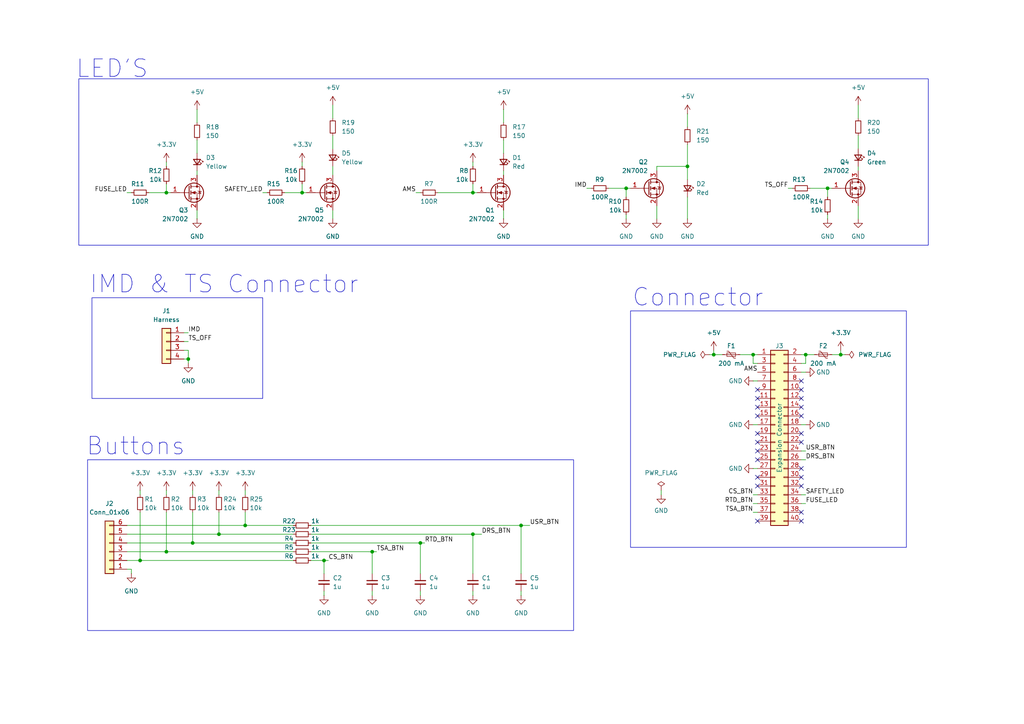
<source format=kicad_sch>
(kicad_sch (version 20231120) (generator "eeschema") (generator_version "8.0")
  (paper "A4")
  (title_block (title "Dashboard LEDs") (date "2024-11-25") (rev "${REVISION}") (company "Author: I. Kajdan & Michał Błotniak") (comment 1 "Reviewer:"))
  (lib_symbols
    (symbol "Connector_Generic:Conn_01x04" (pin_names (offset 1.016) hide)
      (property "Reference" "J" (at 0 5.08 0))
      (property "Value" "Conn_01x04" (at 0 -7.62 0))
      (symbol "Conn_01x04_1_1"
        (rectangle (start -1.27 -4.953) (end 0 -5.207) (stroke (width 0.1524)))
        (rectangle (start -1.27 -2.413) (end 0 -2.667) (stroke (width 0.1524)))
        (rectangle (start -1.27 0.127) (end 0 -0.127) (stroke (width 0.1524)))
        (rectangle (start -1.27 2.667) (end 0 2.413) (stroke (width 0.1524)))
        (rectangle (start -1.27 3.81) (end 1.27 -6.35) (stroke (width 0.254)) (fill (type background)))
        (pin passive line (at -5.08 2.54 0) (length 3.81) (name "Pin_1") (number "1"))
        (pin passive line (at -5.08 0 0) (length 3.81) (name "Pin_2") (number "2"))
        (pin passive line (at -5.08 -2.54 0) (length 3.81) (name "Pin_3") (number "3"))
        (pin passive line (at -5.08 -5.08 0) (length 3.81) (name "Pin_4") (number "4"))
      )
    )
    (symbol "Connector_Generic:Conn_01x06" (pin_names (offset 1.016) hide)
      (property "Reference" "J" (at 0 7.62 0))
      (property "Value" "Conn_01x06" (at 0 -10.16 0))
      (symbol "Conn_01x06_1_1"
        (rectangle (start -1.27 -7.493) (end 0 -7.747) (stroke (width 0.1524)))
        (rectangle (start -1.27 -4.953) (end 0 -5.207) (stroke (width 0.1524)))
        (rectangle (start -1.27 -2.413) (end 0 -2.667) (stroke (width 0.1524)))
        (rectangle (start -1.27 0.127) (end 0 -0.127) (stroke (width 0.1524)))
        (rectangle (start -1.27 2.667) (end 0 2.413) (stroke (width 0.1524)))
        (rectangle (start -1.27 5.207) (end 0 4.953) (stroke (width 0.1524)))
        (rectangle (start -1.27 6.35) (end 1.27 -8.89) (stroke (width 0.254)) (fill (type background)))
        (pin passive line (at -5.08 5.08 0) (length 3.81) (name "Pin_1") (number "1"))
        (pin passive line (at -5.08 2.54 0) (length 3.81) (name "Pin_2") (number "2"))
        (pin passive line (at -5.08 0 0) (length 3.81) (name "Pin_3") (number "3"))
        (pin passive line (at -5.08 -2.54 0) (length 3.81) (name "Pin_4") (number "4"))
        (pin passive line (at -5.08 -5.08 0) (length 3.81) (name "Pin_5") (number "5"))
        (pin passive line (at -5.08 -7.62 0) (length 3.81) (name "Pin_6") (number "6"))
      )
    )
    (symbol "Connector_Generic:Conn_02x20_Odd_Even" (pin_names (offset 1.016) hide)
      (property "Reference" "J" (at 1.27 25.4 0))
      (property "Value" "Conn_02x20_Odd_Even" (at 1.27 -27.94 0))
      (symbol "Conn_02x20_Odd_Even_1_1"
        (rectangle (start -1.27 -25.273) (end 0 -25.527) (stroke (width 0.1524)))
        (rectangle (start -1.27 -22.733) (end 0 -22.987) (stroke (width 0.1524)))
        (rectangle (start -1.27 -20.193) (end 0 -20.447) (stroke (width 0.1524)))
        (rectangle (start -1.27 -17.653) (end 0 -17.907) (stroke (width 0.1524)))
        (rectangle (start -1.27 -15.113) (end 0 -15.367) (stroke (width 0.1524)))
        (rectangle (start -1.27 -12.573) (end 0 -12.827) (stroke (width 0.1524)))
        (rectangle (start -1.27 -10.033) (end 0 -10.287) (stroke (width 0.1524)))
        (rectangle (start -1.27 -7.493) (end 0 -7.747) (stroke (width 0.1524)))
        (rectangle (start -1.27 -4.953) (end 0 -5.207) (stroke (width 0.1524)))
        (rectangle (start -1.27 -2.413) (end 0 -2.667) (stroke (width 0.1524)))
        (rectangle (start -1.27 0.127) (end 0 -0.127) (stroke (width 0.1524)))
        (rectangle (start -1.27 2.667) (end 0 2.413) (stroke (width 0.1524)))
        (rectangle (start -1.27 5.207) (end 0 4.953) (stroke (width 0.1524)))
        (rectangle (start -1.27 7.747) (end 0 7.493) (stroke (width 0.1524)))
        (rectangle (start -1.27 10.287) (end 0 10.033) (stroke (width 0.1524)))
        (rectangle (start -1.27 12.827) (end 0 12.573) (stroke (width 0.1524)))
        (rectangle (start -1.27 15.367) (end 0 15.113) (stroke (width 0.1524)))
        (rectangle (start -1.27 17.907) (end 0 17.653) (stroke (width 0.1524)))
        (rectangle (start -1.27 20.447) (end 0 20.193) (stroke (width 0.1524)))
        (rectangle (start -1.27 22.987) (end 0 22.733) (stroke (width 0.1524)))
        (rectangle (start -1.27 24.13) (end 3.81 -26.67) (stroke (width 0.254)) (fill (type background)))
        (rectangle (start 3.81 -25.273) (end 2.54 -25.527) (stroke (width 0.1524)))
        (rectangle (start 3.81 -22.733) (end 2.54 -22.987) (stroke (width 0.1524)))
        (rectangle (start 3.81 -20.193) (end 2.54 -20.447) (stroke (width 0.1524)))
        (rectangle (start 3.81 -17.653) (end 2.54 -17.907) (stroke (width 0.1524)))
        (rectangle (start 3.81 -15.113) (end 2.54 -15.367) (stroke (width 0.1524)))
        (rectangle (start 3.81 -12.573) (end 2.54 -12.827) (stroke (width 0.1524)))
        (rectangle (start 3.81 -10.033) (end 2.54 -10.287) (stroke (width 0.1524)))
        (rectangle (start 3.81 -7.493) (end 2.54 -7.747) (stroke (width 0.1524)))
        (rectangle (start 3.81 -4.953) (end 2.54 -5.207) (stroke (width 0.1524)))
        (rectangle (start 3.81 -2.413) (end 2.54 -2.667) (stroke (width 0.1524)))
        (rectangle (start 3.81 0.127) (end 2.54 -0.127) (stroke (width 0.1524)))
        (rectangle (start 3.81 2.667) (end 2.54 2.413) (stroke (width 0.1524)))
        (rectangle (start 3.81 5.207) (end 2.54 4.953) (stroke (width 0.1524)))
        (rectangle (start 3.81 7.747) (end 2.54 7.493) (stroke (width 0.1524)))
        (rectangle (start 3.81 10.287) (end 2.54 10.033) (stroke (width 0.1524)))
        (rectangle (start 3.81 12.827) (end 2.54 12.573) (stroke (width 0.1524)))
        (rectangle (start 3.81 15.367) (end 2.54 15.113) (stroke (width 0.1524)))
        (rectangle (start 3.81 17.907) (end 2.54 17.653) (stroke (width 0.1524)))
        (rectangle (start 3.81 20.447) (end 2.54 20.193) (stroke (width 0.1524)))
        (rectangle (start 3.81 22.987) (end 2.54 22.733) (stroke (width 0.1524)))
        (pin passive line (at -5.08 22.86 0) (length 3.81) (name "Pin_1") (number "1"))
        (pin passive line (at 7.62 12.7 180) (length 3.81) (name "Pin_10") (number "10"))
        (pin passive line (at -5.08 10.16 0) (length 3.81) (name "Pin_11") (number "11"))
        (pin passive line (at 7.62 10.16 180) (length 3.81) (name "Pin_12") (number "12"))
        (pin passive line (at -5.08 7.62 0) (length 3.81) (name "Pin_13") (number "13"))
        (pin passive line (at 7.62 7.62 180) (length 3.81) (name "Pin_14") (number "14"))
        (pin passive line (at -5.08 5.08 0) (length 3.81) (name "Pin_15") (number "15"))
        (pin passive line (at 7.62 5.08 180) (length 3.81) (name "Pin_16") (number "16"))
        (pin passive line (at -5.08 2.54 0) (length 3.81) (name "Pin_17") (number "17"))
        (pin passive line (at 7.62 2.54 180) (length 3.81) (name "Pin_18") (number "18"))
        (pin passive line (at -5.08 0 0) (length 3.81) (name "Pin_19") (number "19"))
        (pin passive line (at 7.62 22.86 180) (length 3.81) (name "Pin_2") (number "2"))
        (pin passive line (at 7.62 0 180) (length 3.81) (name "Pin_20") (number "20"))
        (pin passive line (at -5.08 -2.54 0) (length 3.81) (name "Pin_21") (number "21"))
        (pin passive line (at 7.62 -2.54 180) (length 3.81) (name "Pin_22") (number "22"))
        (pin passive line (at -5.08 -5.08 0) (length 3.81) (name "Pin_23") (number "23"))
        (pin passive line (at 7.62 -5.08 180) (length 3.81) (name "Pin_24") (number "24"))
        (pin passive line (at -5.08 -7.62 0) (length 3.81) (name "Pin_25") (number "25"))
        (pin passive line (at 7.62 -7.62 180) (length 3.81) (name "Pin_26") (number "26"))
        (pin passive line (at -5.08 -10.16 0) (length 3.81) (name "Pin_27") (number "27"))
        (pin passive line (at 7.62 -10.16 180) (length 3.81) (name "Pin_28") (number "28"))
        (pin passive line (at -5.08 -12.7 0) (length 3.81) (name "Pin_29") (number "29"))
        (pin passive line (at -5.08 20.32 0) (length 3.81) (name "Pin_3") (number "3"))
        (pin passive line (at 7.62 -12.7 180) (length 3.81) (name "Pin_30") (number "30"))
        (pin passive line (at -5.08 -15.24 0) (length 3.81) (name "Pin_31") (number "31"))
        (pin passive line (at 7.62 -15.24 180) (length 3.81) (name "Pin_32") (number "32"))
        (pin passive line (at -5.08 -17.78 0) (length 3.81) (name "Pin_33") (number "33"))
        (pin passive line (at 7.62 -17.78 180) (length 3.81) (name "Pin_34") (number "34"))
        (pin passive line (at -5.08 -20.32 0) (length 3.81) (name "Pin_35") (number "35"))
        (pin passive line (at 7.62 -20.32 180) (length 3.81) (name "Pin_36") (number "36"))
        (pin passive line (at -5.08 -22.86 0) (length 3.81) (name "Pin_37") (number "37"))
        (pin passive line (at 7.62 -22.86 180) (length 3.81) (name "Pin_38") (number "38"))
        (pin passive line (at -5.08 -25.4 0) (length 3.81) (name "Pin_39") (number "39"))
        (pin passive line (at 7.62 20.32 180) (length 3.81) (name "Pin_4") (number "4"))
        (pin passive line (at 7.62 -25.4 180) (length 3.81) (name "Pin_40") (number "40"))
        (pin passive line (at -5.08 17.78 0) (length 3.81) (name "Pin_5") (number "5"))
        (pin passive line (at 7.62 17.78 180) (length 3.81) (name "Pin_6") (number "6"))
        (pin passive line (at -5.08 15.24 0) (length 3.81) (name "Pin_7") (number "7"))
        (pin passive line (at 7.62 15.24 180) (length 3.81) (name "Pin_8") (number "8"))
        (pin passive line (at -5.08 12.7 0) (length 3.81) (name "Pin_9") (number "9"))
      )
    )
    (symbol "Device:C_Small" (pin_numbers hide) (pin_names (offset 0.254) hide)
      (property "Reference" "C" (at 0.254 1.778 0))
      (property "Value" "C_Small" (at 0.254 -2.032 0))
      (symbol "C_Small_0_1"
        (polyline (pts (xy -1.524 -0.508) (xy 1.524 -0.508)) (stroke (width 0.3302)))
        (polyline (pts (xy -1.524 0.508) (xy 1.524 0.508)) (stroke (width 0.3048)))
      )
      (symbol "C_Small_1_1"
        (pin passive line (at 0 2.54 270) (length 2.032) (name "~") (number "1"))
        (pin passive line (at 0 -2.54 90) (length 2.032) (name "~") (number "2"))
      )
    )
    (symbol "Device:LED_Small" (pin_numbers hide) (pin_names (offset 0.254) hide)
      (property "Reference" "D" (at -1.27 3.175 0))
      (property "Value" "LED_Small" (at -4.445 -2.54 0))
      (symbol "LED_Small_0_1"
        (polyline (pts (xy -0.762 -1.016) (xy -0.762 1.016)) (stroke (width 0.254)))
        (polyline (pts (xy 1.016 0) (xy -0.762 0)))
        (polyline (pts (xy 0.762 -1.016) (xy -0.762 0) (xy 0.762 1.016) (xy 0.762 -1.016)) (stroke (width 0.254)))
        (polyline (pts (xy 0 0.762) (xy -0.508 1.27) (xy -0.254 1.27) (xy -0.508 1.27) (xy -0.508 1.016)))
        (polyline (pts (xy 0.508 1.27) (xy 0 1.778) (xy 0.254 1.778) (xy 0 1.778) (xy 0 1.524)))
      )
      (symbol "LED_Small_1_1"
        (pin passive line (at -2.54 0 0) (length 1.778) (name "K") (number "1"))
        (pin passive line (at 2.54 0 180) (length 1.778) (name "A") (number "2"))
      )
    )
    (symbol "Device:Polyfuse_Small" (pin_numbers hide) (pin_names (offset 0))
      (property "Reference" "F" (at -1.905 0 90))
      (property "Value" "Polyfuse_Small" (at 1.905 0 90))
      (symbol "Polyfuse_Small_0_1"
        (rectangle (start -0.508 1.27) (end 0.508 -1.27))
        (polyline (pts (xy 0 2.54) (xy 0 -2.54)))
        (polyline (pts (xy -1.016 1.27) (xy -1.016 0.762) (xy 1.016 -0.762) (xy 1.016 -1.27)))
      )
      (symbol "Polyfuse_Small_1_1"
        (pin passive line (at 0 2.54 270) (length 0.635) (name "~") (number "1"))
        (pin passive line (at 0 -2.54 90) (length 0.635) (name "~") (number "2"))
      )
    )
    (symbol "Device:R_Small" (pin_numbers hide) (pin_names (offset 0.254) hide)
      (property "Reference" "R" (at 0.762 0.508 0))
      (property "Value" "R_Small" (at 0.762 -1.016 0))
      (symbol "R_Small_0_1"
        (rectangle (start -0.762 1.778) (end 0.762 -1.778) (stroke (width 0.2032)))
      )
      (symbol "R_Small_1_1"
        (pin passive line (at 0 2.54 270) (length 0.762) (name "~") (number "1"))
        (pin passive line (at 0 -2.54 90) (length 0.762) (name "~") (number "2"))
      )
    )
    (symbol "Transistor_FET:2N7002" (pin_names hide)
      (property "Reference" "Q" (at 5.08 1.905 0))
      (property "Value" "2N7002" (at 5.08 0 0))
      (symbol "2N7002_0_1"
        (polyline (pts (xy 0.254 0) (xy -2.54 0)))
        (polyline (pts (xy 0.254 1.905) (xy 0.254 -1.905)) (stroke (width 0.254)))
        (polyline (pts (xy 0.762 -1.27) (xy 0.762 -2.286)) (stroke (width 0.254)))
        (polyline (pts (xy 0.762 0.508) (xy 0.762 -0.508)) (stroke (width 0.254)))
        (polyline (pts (xy 0.762 2.286) (xy 0.762 1.27)) (stroke (width 0.254)))
        (polyline (pts (xy 2.54 2.54) (xy 2.54 1.778)))
        (polyline (pts (xy 2.54 -2.54) (xy 2.54 0) (xy 0.762 0)))
        (polyline (pts (xy 0.762 -1.778) (xy 3.302 -1.778) (xy 3.302 1.778) (xy 0.762 1.778)))
        (polyline (pts (xy 1.016 0) (xy 2.032 0.381) (xy 2.032 -0.381) (xy 1.016 0)) (fill (type outline)))
        (polyline (pts (xy 2.794 0.508) (xy 2.921 0.381) (xy 3.683 0.381) (xy 3.81 0.254)))
        (polyline (pts (xy 3.302 0.381) (xy 2.921 -0.254) (xy 3.683 -0.254) (xy 3.302 0.381)))
        (circle (center 1.651 0) (radius 2.794) (stroke (width 0.254)))
        (circle (center 2.54 -1.778) (radius 0.254) (fill (type outline)))
        (circle (center 2.54 1.778) (radius 0.254) (fill (type outline)))
      )
      (symbol "2N7002_1_1"
        (pin input line (at -5.08 0 0) (length 2.54) (name "G") (number "1"))
        (pin passive line (at 2.54 -5.08 90) (length 2.54) (name "S") (number "2"))
        (pin passive line (at 2.54 5.08 270) (length 2.54) (name "D") (number "3"))
      )
    )
    (symbol "power:+3.3V" (power) (pin_numbers hide) (pin_names (offset 0) hide)
      (property "Value" "+3.3V" (at 0 3.556 0))
      (symbol "+3.3V_0_1"
        (polyline (pts (xy -0.762 1.27) (xy 0 2.54)))
        (polyline (pts (xy 0 0) (xy 0 2.54)))
        (polyline (pts (xy 0 2.54) (xy 0.762 1.27)))
      )
      (symbol "+3.3V_1_1"
        (pin power_in line (at 0 0 90) (length 0) (name "~") (number "1"))
      )
    )
    (symbol "power:+5V" (power) (pin_numbers hide) (pin_names (offset 0) hide)
      (property "Value" "+5V" (at 0 3.556 0))
      (symbol "+5V_0_1"
        (polyline (pts (xy -0.762 1.27) (xy 0 2.54)))
        (polyline (pts (xy 0 0) (xy 0 2.54)))
        (polyline (pts (xy 0 2.54) (xy 0.762 1.27)))
      )
      (symbol "+5V_1_1"
        (pin power_in line (at 0 0 90) (length 0) (name "~") (number "1"))
      )
    )
    (symbol "power:GND" (power) (pin_numbers hide) (pin_names (offset 0) hide)
      (property "Value" "GND" (at 0 -3.81 0))
      (symbol "GND_0_1"
        (polyline (pts (xy 0 0) (xy 0 -1.27) (xy 1.27 -1.27) (xy 0 -2.54) (xy -1.27 -1.27) (xy 0 -1.27)))
      )
      (symbol "GND_1_1"
        (pin power_in line (at 0 0 270) (length 0) (name "~") (number "1"))
      )
    )
    (symbol "power:PWR_FLAG" (power) (pin_numbers hide) (pin_names (offset 0) hide)
      (property "Value" "PWR_FLAG" (at 0 3.81 0))
      (symbol "PWR_FLAG_0_0"
        (pin power_out line (at 0 0 90) (length 0) (name "~") (number "1"))
      )
      (symbol "PWR_FLAG_0_1"
        (polyline (pts (xy 0 0) (xy 0 1.27) (xy -1.016 1.905) (xy 0 2.54) (xy 1.016 1.905) (xy 0 1.27)))
      )
    )
  )
  (junction (at 55.88 157.48))
  (junction (at 218.44 102.87))
  (junction (at 233.68 102.87))
  (junction (at 87.63 55.88))
  (junction (at 48.26 160.02))
  (junction (at 40.64 162.56))
  (junction (at 93.98 162.56))
  (junction (at 54.61 104.14))
  (junction (at 71.12 152.4))
  (junction (at 121.92 157.48))
  (junction (at 107.95 160.02))
  (junction (at 137.16 154.94))
  (junction (at 137.16 55.88))
  (junction (at 207.01 102.87))
  (junction (at 181.61 54.61))
  (junction (at 243.84 102.87))
  (junction (at 48.26 55.88))
  (junction (at 63.5 154.94))
  (junction (at 151.13 152.4))
  (junction (at 240.03 54.61))
  (junction (at 199.39 48.26))
  (no_connect (at 232.41 125.73))
  (no_connect (at 219.71 125.73))
  (no_connect (at 219.71 120.65))
  (no_connect (at 232.41 135.89))
  (no_connect (at 232.41 110.49))
  (no_connect (at 219.71 128.27))
  (no_connect (at 232.41 115.57))
  (no_connect (at 219.71 140.97))
  (no_connect (at 219.71 133.35))
  (no_connect (at 232.41 128.27))
  (no_connect (at 232.41 138.43))
  (no_connect (at 232.41 140.97))
  (no_connect (at 232.41 148.59))
  (no_connect (at 232.41 151.13))
  (no_connect (at 219.71 130.81))
  (no_connect (at 219.71 113.03))
  (no_connect (at 219.71 118.11))
  (no_connect (at 232.41 118.11))
  (no_connect (at 219.71 138.43))
  (no_connect (at 232.41 120.65))
  (no_connect (at 232.41 113.03))
  (no_connect (at 219.71 151.13))
  (no_connect (at 219.71 115.57))
  (wire (pts (xy 54.61 104.14) (xy 53.34 104.14)))
  (wire (pts (xy 245.11 102.87) (xy 243.84 102.87)))
  (wire (pts (xy 82.55 55.88) (xy 87.63 55.88)))
  (wire (pts (xy 176.53 54.61) (xy 181.61 54.61)))
  (wire (pts (xy 241.3 54.61) (xy 240.03 54.61)))
  (wire (pts (xy 199.39 41.91) (xy 199.39 48.26)))
  (wire (pts (xy 36.83 160.02) (xy 48.26 160.02)))
  (wire (pts (xy 219.71 146.05) (xy 218.44 146.05)))
  (wire (pts (xy 120.65 55.88) (xy 121.92 55.88)))
  (wire (pts (xy 71.12 152.4) (xy 85.09 152.4)))
  (wire (pts (xy 54.61 101.6) (xy 54.61 104.14)))
  (wire (pts (xy 90.17 154.94) (xy 137.16 154.94)))
  (wire (pts (xy 146.05 40.64) (xy 146.05 44.45)))
  (wire (pts (xy 199.39 48.26) (xy 199.39 52.07)))
  (wire (pts (xy 240.03 63.5) (xy 240.03 62.23)))
  (wire (pts (xy 54.61 104.14) (xy 54.61 105.41)))
  (wire (pts (xy 236.22 102.87) (xy 233.68 102.87)))
  (wire (pts (xy 233.68 107.95) (xy 232.41 107.95)))
  (wire (pts (xy 87.63 53.34) (xy 87.63 55.88)))
  (wire (pts (xy 38.1 165.1) (xy 38.1 166.37)))
  (wire (pts (xy 63.5 154.94) (xy 85.09 154.94)))
  (wire (pts (xy 146.05 60.96) (xy 146.05 63.5)))
  (wire (pts (xy 232.41 102.87) (xy 233.68 102.87)))
  (wire (pts (xy 48.26 142.24) (xy 48.26 143.51)))
  (wire (pts (xy 38.1 165.1) (xy 36.83 165.1)))
  (wire (pts (xy 93.98 166.37) (xy 93.98 162.56)))
  (wire (pts (xy 53.34 99.06) (xy 54.61 99.06)))
  (wire (pts (xy 137.16 53.34) (xy 137.16 55.88)))
  (wire (pts (xy 48.26 53.34) (xy 48.26 55.88)))
  (wire (pts (xy 233.68 105.41) (xy 232.41 105.41)))
  (wire (pts (xy 48.26 160.02) (xy 85.09 160.02)))
  (wire (pts (xy 218.44 135.89) (xy 219.71 135.89)))
  (wire (pts (xy 55.88 157.48) (xy 85.09 157.48)))
  (wire (pts (xy 170.18 54.61) (xy 171.45 54.61)))
  (wire (pts (xy 36.83 162.56) (xy 40.64 162.56)))
  (wire (pts (xy 96.52 39.37) (xy 96.52 43.18)))
  (wire (pts (xy 57.15 31.75) (xy 57.15 35.56)))
  (wire (pts (xy 207.01 102.87) (xy 209.55 102.87)))
  (wire (pts (xy 218.44 102.87) (xy 219.71 102.87)))
  (wire (pts (xy 214.63 102.87) (xy 218.44 102.87)))
  (wire (pts (xy 233.68 102.87) (xy 233.68 105.41)))
  (wire (pts (xy 190.5 48.26) (xy 199.39 48.26)))
  (wire (pts (xy 137.16 171.45) (xy 137.16 172.72)))
  (wire (pts (xy 219.71 110.49) (xy 218.44 110.49)))
  (wire (pts (xy 63.5 148.59) (xy 63.5 154.94)))
  (wire (pts (xy 96.52 60.96) (xy 96.52 63.5)))
  (wire (pts (xy 234.95 54.61) (xy 240.03 54.61)))
  (wire (pts (xy 71.12 148.59) (xy 71.12 152.4)))
  (wire (pts (xy 36.83 154.94) (xy 63.5 154.94)))
  (wire (pts (xy 36.83 157.48) (xy 55.88 157.48)))
  (wire (pts (xy 240.03 54.61) (xy 240.03 57.15)))
  (wire (pts (xy 127 55.88) (xy 137.16 55.88)))
  (wire (pts (xy 248.92 48.26) (xy 248.92 49.53)))
  (wire (pts (xy 87.63 55.88) (xy 88.9 55.88)))
  (wire (pts (xy 87.63 46.99) (xy 87.63 48.26)))
  (wire (pts (xy 232.41 146.05) (xy 233.68 146.05)))
  (wire (pts (xy 55.88 148.59) (xy 55.88 157.48)))
  (wire (pts (xy 40.64 142.24) (xy 40.64 143.51)))
  (wire (pts (xy 207.01 102.87) (xy 205.74 102.87)))
  (wire (pts (xy 232.41 123.19) (xy 233.68 123.19)))
  (wire (pts (xy 121.92 171.45) (xy 121.92 172.72)))
  (wire (pts (xy 71.12 142.24) (xy 71.12 143.51)))
  (wire (pts (xy 36.83 152.4) (xy 71.12 152.4)))
  (wire (pts (xy 219.71 123.19) (xy 218.44 123.19)))
  (wire (pts (xy 53.34 101.6) (xy 54.61 101.6)))
  (wire (pts (xy 55.88 142.24) (xy 55.88 143.51)))
  (wire (pts (xy 57.15 40.64) (xy 57.15 44.45)))
  (wire (pts (xy 248.92 59.69) (xy 248.92 63.5)))
  (wire (pts (xy 107.95 171.45) (xy 107.95 172.72)))
  (wire (pts (xy 219.71 143.51) (xy 218.44 143.51)))
  (wire (pts (xy 243.84 102.87) (xy 241.3 102.87)))
  (wire (pts (xy 248.92 30.48) (xy 248.92 34.29)))
  (wire (pts (xy 199.39 57.15) (xy 199.39 63.5)))
  (wire (pts (xy 151.13 171.45) (xy 151.13 172.72)))
  (wire (pts (xy 96.52 30.48) (xy 96.52 34.29)))
  (wire (pts (xy 219.71 148.59) (xy 218.44 148.59)))
  (wire (pts (xy 181.61 63.5) (xy 181.61 62.23)))
  (wire (pts (xy 137.16 46.99) (xy 137.16 48.26)))
  (wire (pts (xy 182.88 54.61) (xy 181.61 54.61)))
  (wire (pts (xy 232.41 133.35) (xy 233.68 133.35)))
  (wire (pts (xy 207.01 101.6) (xy 207.01 102.87)))
  (wire (pts (xy 151.13 152.4) (xy 151.13 166.37)))
  (wire (pts (xy 218.44 102.87) (xy 218.44 105.41)))
  (wire (pts (xy 121.92 157.48) (xy 121.92 166.37)))
  (wire (pts (xy 107.95 160.02) (xy 107.95 166.37)))
  (wire (pts (xy 90.17 162.56) (xy 93.98 162.56)))
  (wire (pts (xy 190.5 49.53) (xy 190.5 48.26)))
  (wire (pts (xy 43.18 55.88) (xy 48.26 55.88)))
  (wire (pts (xy 90.17 157.48) (xy 121.92 157.48)))
  (wire (pts (xy 151.13 152.4) (xy 153.67 152.4)))
  (wire (pts (xy 76.2 55.88) (xy 77.47 55.88)))
  (wire (pts (xy 90.17 160.02) (xy 107.95 160.02)))
  (wire (pts (xy 107.95 160.02) (xy 109.22 160.02)))
  (wire (pts (xy 96.52 48.26) (xy 96.52 50.8)))
  (wire (pts (xy 146.05 49.53) (xy 146.05 50.8)))
  (wire (pts (xy 40.64 148.59) (xy 40.64 162.56)))
  (wire (pts (xy 248.92 39.37) (xy 248.92 43.18)))
  (wire (pts (xy 232.41 130.81) (xy 233.68 130.81)))
  (wire (pts (xy 232.41 143.51) (xy 233.68 143.51)))
  (wire (pts (xy 48.26 55.88) (xy 49.53 55.88)))
  (wire (pts (xy 57.15 60.96) (xy 57.15 63.5)))
  (wire (pts (xy 228.6 54.61) (xy 229.87 54.61)))
  (wire (pts (xy 57.15 49.53) (xy 57.15 50.8)))
  (wire (pts (xy 93.98 162.56) (xy 95.25 162.56)))
  (wire (pts (xy 121.92 157.48) (xy 123.19 157.48)))
  (wire (pts (xy 219.71 105.41) (xy 218.44 105.41)))
  (wire (pts (xy 191.77 142.24) (xy 191.77 143.51)))
  (wire (pts (xy 63.5 142.24) (xy 63.5 143.51)))
  (wire (pts (xy 181.61 54.61) (xy 181.61 57.15)))
  (wire (pts (xy 93.98 171.45) (xy 93.98 172.72)))
  (wire (pts (xy 36.83 55.88) (xy 38.1 55.88)))
  (wire (pts (xy 137.16 55.88) (xy 138.43 55.88)))
  (wire (pts (xy 243.84 101.6) (xy 243.84 102.87)))
  (wire (pts (xy 146.05 31.75) (xy 146.05 35.56)))
  (wire (pts (xy 48.26 46.99) (xy 48.26 48.26)))
  (wire (pts (xy 190.5 59.69) (xy 190.5 63.5)))
  (wire (pts (xy 90.17 152.4) (xy 151.13 152.4)))
  (wire (pts (xy 137.16 154.94) (xy 137.16 166.37)))
  (wire (pts (xy 40.64 162.56) (xy 85.09 162.56)))
  (wire (pts (xy 48.26 148.59) (xy 48.26 160.02)))
  (wire (pts (xy 137.16 154.94) (xy 139.7 154.94)))
  (wire (pts (xy 199.39 33.02) (xy 199.39 36.83)))
  (wire (pts (xy 54.61 96.52) (xy 53.34 96.52)))
  (rectangle (start 26.67 86.36) (end 76.2 115.57))
  (rectangle (start 25.4 133.35) (end 166.37 182.88))
  (rectangle (start 22.86 22.86) (end 269.24 71.12))
  (rectangle (start 182.88 90.17) (end 262.89 158.75))
  (text "Connector" (at 202.438 86.36 0) (effects (font (size 5.08 5.08))))
  (text "LED'S" (at 32.512 20.066 0) (effects (font (size 5.08 5.08))))
  (text "Buttons" (at 39.37 129.54 0) (effects (font (size 5.08 5.08))))
  (text "IMD & TS Connector" (at 65.024 82.55 0) (effects (font (size 5.08 5.08))))
  (label "IMD" (at 170.18 54.61 180))
  (label "AMS" (at 120.65 55.88 180))
  (label "FUSE_LED" (at 36.83 55.88 180))
  (label "RTD_BTN" (at 123.19 157.48 0))
  (label "IMD" (at 54.61 96.52 0))
  (label "TSA_BTN" (at 218.44 148.59 180))
  (label "RTD_BTN" (at 218.44 146.05 180))
  (label "SAFETY_LED" (at 76.2 55.88 180))
  (label "USR_BTN" (at 153.67 152.4 0))
  (label "DRS_BTN" (at 139.7 154.94 0))
  (label "CS_BTN" (at 218.44 143.51 180))
  (label "USR_BTN" (at 233.68 130.81 0))
  (label "TS_OFF" (at 228.6 54.61 180))
  (label "FUSE_LED" (at 233.68 146.05 0))
  (label "CS_BTN" (at 95.25 162.56 0))
  (label "SAFETY_LED" (at 233.68 143.51 0))
  (label "DRS_BTN" (at 233.68 133.35 0))
  (label "AMS" (at 219.71 107.95 180))
  (label "TS_OFF" (at 54.61 99.06 0))
  (label "TSA_BTN" (at 109.22 160.02 0))
  (symbol (lib_id "Transistor_FET:2N7002") (at 143.51 55.88 0) (unit 1)
    (property "Reference" "Q1" (at 143.51 60.96 0) (effects (justify right)))
    (property "Value" "2N7002" (at 143.51 63.5 0) (effects (justify right)))
    (property "Footprint" "Package_TO_SOT_SMD:SOT-23" (effects (hide yes)))
    (property "Datasheet" "https://www.onsemi.com/pub/Collateral/NDS7002A-D.PDF" (effects (hide yes)))
  )
  (symbol (lib_id "Device:R_Small") (at 87.63 152.4 270) (unit 1)
    (property "Reference" "R22" (at 83.82 151.13 90))
    (property "Value" "1k" (at 91.44 151.13 90))
    (property "Footprint" "Resistor_SMD:R_0603_1608Metric" (effects (hide yes)))
  )
  (symbol (lib_id "Device:C_Small") (at 137.16 168.91 0) (unit 1)
    (property "Reference" "C1" (at 139.7 167.6463 0) (effects (justify left)))
    (property "Value" "1u" (at 139.7 170.1863 0) (effects (justify left)))
    (property "Footprint" "Capacitor_SMD:C_0603_1608Metric" (effects (hide yes)))
  )
  (symbol (lib_id "power:GND") (at 190.5 63.5 0) (unit 1)
    (property "Reference" "#PWR023" (effects (hide yes)))
    (property "Value" "GND" (at 190.5 68.58 0))
    (property "Description" "Power symbol creates a global label with name \"GND\" , ground" (effects (hide yes)))
  )
  (symbol (lib_id "Transistor_FET:2N7002") (at 187.96 54.61 0) (unit 1)
    (property "Reference" "Q2" (at 187.96 46.99 0) (effects (justify right)))
    (property "Value" "2N7002" (at 187.96 49.53 0) (effects (justify right)))
    (property "Footprint" "Package_TO_SOT_SMD:SOT-23" (effects (hide yes)))
    (property "Datasheet" "https://www.onsemi.com/pub/Collateral/NDS7002A-D.PDF" (effects (hide yes)))
  )
  (symbol (lib_id "power:PWR_FLAG") (at 205.74 102.87 90) (mirror x) (unit 1)
    (property "Reference" "#FLG02" (effects (hide yes)))
    (property "Value" "PWR_FLAG" (at 201.93 102.87 90) (effects (justify left)))
    (property "Description" "Special symbol for telling ERC where power comes from" (effects (hide yes)))
  )
  (symbol (lib_id "Device:R_Small") (at 71.12 146.05 0) (mirror y) (unit 1)
    (property "Reference" "R25" (at 72.39 144.78 0) (effects (justify right)))
    (property "Value" "10k" (at 72.39 147.32 0) (effects (justify right)))
    (property "Footprint" "Resistor_SMD:R_0603_1608Metric" (effects (hide yes)))
  )
  (symbol (lib_id "power:+3.3V") (at 87.63 46.99 0) (unit 1)
    (property "Reference" "#PWR032" (effects (hide yes)))
    (property "Value" "+3.3V" (at 87.63 41.91 0))
    (property "Description" "Power symbol creates a global label with name \"+3.3V\"" (effects (hide yes)))
  )
  (symbol (lib_id "power:GND") (at 218.44 123.19 270) (unit 1)
    (property "Reference" "#PWR014" (effects (hide yes)))
    (property "Value" "GND" (at 213.36 123.19 90))
    (property "Description" "Power symbol creates a global label with name \"GND\" , ground" (effects (hide yes)))
  )
  (symbol (lib_id "power:+5V") (at 57.15 31.75 0) (unit 1)
    (property "Reference" "#PWR027" (effects (hide yes)))
    (property "Value" "+5V" (at 57.15 26.67 0))
    (property "Description" "Power symbol creates a global label with name \"+5V\"" (effects (hide yes)))
  )
  (symbol (lib_id "Device:R_Small") (at 146.05 38.1 0) (unit 1)
    (property "Reference" "R17" (at 148.59 36.8299 0) (effects (justify left)))
    (property "Value" "150" (at 148.59 39.3699 0) (effects (justify left)))
    (property "Footprint" "Resistor_SMD:R_0805_2012Metric" (effects (hide yes)))
    (property "Description" "Resistor, small symbol" (effects (hide yes)))
  )
  (symbol (lib_id "Device:R_Small") (at 48.26 146.05 0) (mirror y) (unit 1)
    (property "Reference" "R2" (at 49.53 144.78 0) (effects (justify right)))
    (property "Value" "10k" (at 49.53 147.32 0) (effects (justify right)))
    (property "Footprint" "Resistor_SMD:R_0603_1608Metric" (effects (hide yes)))
  )
  (symbol (lib_id "power:PWR_FLAG") (at 191.77 142.24 0) (mirror y) (unit 1)
    (property "Reference" "#FLG01" (effects (hide yes)))
    (property "Value" "PWR_FLAG" (at 191.77 137.16 0))
    (property "Description" "Special symbol for telling ERC where power comes from" (effects (hide yes)))
  )
  (symbol (lib_id "Device:R_Small") (at 87.63 50.8 0) (unit 1)
    (property "Reference" "R16" (at 86.36 49.53 0) (effects (justify right)))
    (property "Value" "10k" (at 86.36 52.07 0) (effects (justify right)))
    (property "Footprint" "Resistor_SMD:R_0603_1608Metric" (effects (hide yes)))
  )
  (symbol (lib_id "power:+3.3V") (at 137.16 46.99 0) (unit 1)
    (property "Reference" "#PWR019" (effects (hide yes)))
    (property "Value" "+3.3V" (at 137.16 41.91 0))
    (property "Description" "Power symbol creates a global label with name \"+3.3V\"" (effects (hide yes)))
  )
  (symbol (lib_id "power:GND") (at 38.1 166.37 0) (unit 1)
    (property "Reference" "#PWR02" (effects (hide yes)))
    (property "Value" "GND" (at 38.1 171.45 0))
    (property "Description" "Power symbol creates a global label with name \"GND\" , ground" (effects (hide yes)))
  )
  (symbol (lib_id "power:+3.3V") (at 243.84 101.6 0) (mirror y) (unit 1)
    (property "Reference" "#PWR018" (effects (hide yes)))
    (property "Value" "+3.3V" (at 243.84 96.52 0))
    (property "Description" "Power symbol creates a global label with name \"+3.3V\"" (effects (hide yes)))
  )
  (symbol (lib_id "Device:R_Small") (at 87.63 157.48 270) (unit 1)
    (property "Reference" "R4" (at 83.82 156.21 90))
    (property "Value" "1k" (at 91.44 156.21 90))
    (property "Footprint" "Resistor_SMD:R_0603_1608Metric" (effects (hide yes)))
  )
  (symbol (lib_id "power:GND") (at 57.15 63.5 0) (unit 1)
    (property "Reference" "#PWR028" (effects (hide yes)))
    (property "Value" "GND" (at 57.15 68.58 0))
    (property "Description" "Power symbol creates a global label with name \"GND\" , ground" (effects (hide yes)))
  )
  (symbol (lib_id "Device:R_Small") (at 248.92 36.83 0) (unit 1)
    (property "Reference" "R20" (at 251.46 35.5599 0) (effects (justify left)))
    (property "Value" "150" (at 251.46 38.0999 0) (effects (justify left)))
    (property "Footprint" "Resistor_SMD:R_0805_2012Metric" (effects (hide yes)))
    (property "Description" "Resistor, small symbol" (effects (hide yes)))
  )
  (symbol (lib_id "Transistor_FET:2N7002") (at 93.98 55.88 0) (unit 1)
    (property "Reference" "Q5" (at 93.98 60.96 0) (effects (justify right)))
    (property "Value" "2N7002" (at 93.98 63.5 0) (effects (justify right)))
    (property "Footprint" "Package_TO_SOT_SMD:SOT-23" (effects (hide yes)))
    (property "Datasheet" "https://www.onsemi.com/pub/Collateral/NDS7002A-D.PDF" (effects (hide yes)))
  )
  (symbol (lib_id "power:+5V") (at 96.52 30.48 0) (unit 1)
    (property "Reference" "#PWR033" (effects (hide yes)))
    (property "Value" "+5V" (at 96.52 25.4 0))
    (property "Description" "Power symbol creates a global label with name \"+5V\"" (effects (hide yes)))
  )
  (symbol (lib_id "power:GND") (at 218.44 135.89 270) (unit 1)
    (property "Reference" "#PWR015" (effects (hide yes)))
    (property "Value" "GND" (at 213.36 135.89 90))
    (property "Description" "Power symbol creates a global label with name \"GND\" , ground" (effects (hide yes)))
  )
  (symbol (lib_id "Device:R_Small") (at 124.46 55.88 90) (unit 1)
    (property "Reference" "R7" (at 125.73 53.34 90) (effects (justify left)))
    (property "Value" "100R" (at 127 58.42 90) (effects (justify left)))
    (property "Footprint" "Resistor_SMD:R_0603_1608Metric" (effects (hide yes)))
  )
  (symbol (lib_id "power:GND") (at 191.77 143.51 0) (unit 1)
    (property "Reference" "#PWR010" (effects (hide yes)))
    (property "Value" "GND" (at 191.77 148.082 0))
    (property "Description" "Power symbol creates a global label with name \"GND\" , ground" (effects (hide yes)))
  )
  (symbol (lib_id "Transistor_FET:2N7002") (at 246.38 54.61 0) (unit 1)
    (property "Reference" "Q4" (at 246.38 46.99 0) (effects (justify right)))
    (property "Value" "2N7002" (at 246.38 49.53 0) (effects (justify right)))
    (property "Footprint" "Package_TO_SOT_SMD:SOT-23" (effects (hide yes)))
    (property "Datasheet" "https://www.onsemi.com/pub/Collateral/NDS7002A-D.PDF" (effects (hide yes)))
  )
  (symbol (lib_id "power:+3.3V") (at 48.26 142.24 0) (unit 1)
    (property "Reference" "#PWR04" (effects (hide yes)))
    (property "Value" "+3.3V" (at 48.26 137.16 0))
    (property "Description" "Power symbol creates a global label with name \"+3.3V\"" (effects (hide yes)))
  )
  (symbol (lib_id "power:GND") (at 248.92 63.5 0) (unit 1)
    (property "Reference" "#PWR031" (effects (hide yes)))
    (property "Value" "GND" (at 248.92 68.58 0))
    (property "Description" "Power symbol creates a global label with name \"GND\" , ground" (effects (hide yes)))
  )
  (symbol (lib_id "power:+5V") (at 207.01 101.6 0) (mirror y) (unit 1)
    (property "Reference" "#PWR012" (effects (hide yes)))
    (property "Value" "+5V" (at 207.01 96.52 0))
    (property "Description" "Power symbol creates a global label with name \"+5V\"" (effects (hide yes)))
  )
  (symbol (lib_id "Device:R_Small") (at 87.63 162.56 270) (unit 1)
    (property "Reference" "R6" (at 83.82 161.29 90))
    (property "Value" "1k" (at 91.44 161.29 90))
    (property "Footprint" "Resistor_SMD:R_0603_1608Metric" (effects (hide yes)))
  )
  (symbol (lib_id "power:GND") (at 121.92 172.72 0) (unit 1)
    (property "Reference" "#PWR011" (effects (hide yes)))
    (property "Value" "GND" (at 121.92 177.8 0))
    (property "Description" "Power symbol creates a global label with name \"GND\" , ground" (effects (hide yes)))
  )
  (symbol (lib_id "power:GND") (at 181.61 63.5 0) (unit 1)
    (property "Reference" "#PWR022" (effects (hide yes)))
    (property "Value" "GND" (at 181.61 68.58 0))
    (property "Description" "Power symbol creates a global label with name \"GND\" , ground" (effects (hide yes)))
  )
  (symbol (lib_id "Device:R_Small") (at 240.03 59.69 0) (unit 1)
    (property "Reference" "R14" (at 238.76 58.42 0) (effects (justify right)))
    (property "Value" "10k" (at 238.76 60.96 0) (effects (justify right)))
    (property "Footprint" "Resistor_SMD:R_0603_1608Metric" (effects (hide yes)))
  )
  (symbol (lib_id "Device:LED_Small") (at 96.52 45.72 270) (mirror x) (unit 1)
    (property "Reference" "D5" (at 99.06 44.45 90) (effects (justify left)))
    (property "Value" "Yellow" (at 99.06 46.99 90) (effects (justify left)))
    (property "Footprint" "Local_Library:Wurth_Elektronik_150224" (effects (hide yes)))
    (property "Datasheet" "https://www.we-online.com/components/products/datasheet/150224YS73100A.pdf" (effects (hide yes)))
    (property "Component" "150224YS73100A" (effects (hide yes)))
  )
  (symbol (lib_id "Device:R_Small") (at 181.61 59.69 0) (unit 1)
    (property "Reference" "R10" (at 180.34 58.42 0) (effects (justify right)))
    (property "Value" "10k" (at 180.34 60.96 0) (effects (justify right)))
    (property "Footprint" "Resistor_SMD:R_0603_1608Metric" (effects (hide yes)))
  )
  (symbol (lib_id "power:+3.3V") (at 55.88 142.24 0) (unit 1)
    (property "Reference" "#PWR05" (effects (hide yes)))
    (property "Value" "+3.3V" (at 55.88 137.16 0))
    (property "Description" "Power symbol creates a global label with name \"+3.3V\"" (effects (hide yes)))
  )
  (symbol (lib_id "power:+5V") (at 248.92 30.48 0) (unit 1)
    (property "Reference" "#PWR030" (effects (hide yes)))
    (property "Value" "+5V" (at 248.92 25.4 0))
    (property "Description" "Power symbol creates a global label with name \"+5V\"" (effects (hide yes)))
  )
  (symbol (lib_id "power:GND") (at 107.95 172.72 0) (unit 1)
    (property "Reference" "#PWR09" (effects (hide yes)))
    (property "Value" "GND" (at 107.95 177.8 0))
    (property "Description" "Power symbol creates a global label with name \"GND\" , ground" (effects (hide yes)))
  )
  (symbol (lib_id "Device:C_Small") (at 93.98 168.91 0) (unit 1)
    (property "Reference" "C2" (at 96.52 167.6463 0) (effects (justify left)))
    (property "Value" "1u" (at 96.52 170.1863 0) (effects (justify left)))
    (property "Footprint" "Capacitor_SMD:C_0603_1608Metric" (effects (hide yes)))
  )
  (symbol (lib_id "Device:R_Small") (at 199.39 39.37 0) (unit 1)
    (property "Reference" "R21" (at 201.93 38.0999 0) (effects (justify left)))
    (property "Value" "150" (at 201.93 40.6399 0) (effects (justify left)))
    (property "Footprint" "Resistor_SMD:R_0805_2012Metric" (effects (hide yes)))
    (property "Description" "Resistor, small symbol" (effects (hide yes)))
  )
  (symbol (lib_id "Device:R_Small") (at 137.16 50.8 0) (unit 1)
    (property "Reference" "R8" (at 135.89 49.53 0) (effects (justify right)))
    (property "Value" "10k" (at 135.89 52.07 0) (effects (justify right)))
    (property "Footprint" "Resistor_SMD:R_0603_1608Metric" (effects (hide yes)))
  )
  (symbol (lib_id "Device:LED_Small") (at 248.92 45.72 270) (mirror x) (unit 1)
    (property "Reference" "D4" (at 251.46 44.45 90) (effects (justify left)))
    (property "Value" "Green" (at 251.46 46.99 90) (effects (justify left)))
    (property "Footprint" "Local_Library:Wurth_Elektronik_150224" (effects (hide yes)))
    (property "Datasheet" "https://www.we-online.com/components/products/datasheet/150224VS73100A.pdf" (effects (hide yes)))
    (property "Component" "150224VS73100A" (effects (hide yes)))
  )
  (symbol (lib_id "power:GND") (at 233.68 107.95 90) (mirror x) (unit 1)
    (property "Reference" "#PWR016" (effects (hide yes)))
    (property "Value" "GND" (at 238.76 107.95 90))
    (property "Description" "Power symbol creates a global label with name \"GND\" , ground" (effects (hide yes)))
  )
  (symbol (lib_id "power:GND") (at 54.61 105.41 0) (unit 1)
    (property "Reference" "#PWR01" (effects (hide yes)))
    (property "Value" "GND" (at 54.61 110.49 0))
    (property "Description" "Power symbol creates a global label with name \"GND\" , ground" (effects (hide yes)))
  )
  (symbol (lib_id "Device:R_Small") (at 87.63 154.94 270) (unit 1)
    (property "Reference" "R23" (at 83.82 153.67 90))
    (property "Value" "1k" (at 91.44 153.67 90))
    (property "Footprint" "Resistor_SMD:R_0603_1608Metric" (effects (hide yes)))
  )
  (symbol (lib_id "power:+5V") (at 146.05 31.75 0) (unit 1)
    (property "Reference" "#PWR020" (effects (hide yes)))
    (property "Value" "+5V" (at 146.05 26.67 0))
    (property "Description" "Power symbol creates a global label with name \"+5V\"" (effects (hide yes)))
  )
  (symbol (lib_id "power:GND") (at 137.16 172.72 0) (unit 1)
    (property "Reference" "#PWR07" (effects (hide yes)))
    (property "Value" "GND" (at 137.16 177.8 0))
    (property "Description" "Power symbol creates a global label with name \"GND\" , ground" (effects (hide yes)))
  )
  (symbol (lib_id "power:GND") (at 93.98 172.72 0) (unit 1)
    (property "Reference" "#PWR06" (effects (hide yes)))
    (property "Value" "GND" (at 93.98 177.8 0))
    (property "Description" "Power symbol creates a global label with name \"GND\" , ground" (effects (hide yes)))
  )
  (symbol (lib_id "Transistor_FET:2N7002") (at 54.61 55.88 0) (unit 1)
    (property "Reference" "Q3" (at 54.61 60.96 0) (effects (justify right)))
    (property "Value" "2N7002" (at 54.61 63.5 0) (effects (justify right)))
    (property "Footprint" "Package_TO_SOT_SMD:SOT-23" (effects (hide yes)))
    (property "Datasheet" "https://www.onsemi.com/pub/Collateral/NDS7002A-D.PDF" (effects (hide yes)))
  )
  (symbol (lib_id "Device:LED_Small") (at 57.15 46.99 270) (mirror x) (unit 1)
    (property "Reference" "D3" (at 59.69 45.72 90) (effects (justify left)))
    (property "Value" "Yellow" (at 59.69 48.26 90) (effects (justify left)))
    (property "Footprint" "Local_Library:Wurth_Elektronik_150224" (effects (hide yes)))
    (property "Datasheet" "https://www.we-online.com/components/products/datasheet/150224YS73100A.pdf" (effects (hide yes)))
    (property "Component" "150224YS73100A" (effects (hide yes)))
  )
  (symbol (lib_id "Device:LED_Small") (at 146.05 46.99 270) (mirror x) (unit 1)
    (property "Reference" "D1" (at 148.59 45.72 90) (effects (justify left)))
    (property "Value" "Red" (at 148.59 48.26 90) (effects (justify left)))
    (property "Footprint" "Local_Library:Wurth_Elektronik_150224" (effects (hide yes)))
    (property "Datasheet" "https://www.we-online.com/components/products/datasheet/150224RS73100A.pdf" (effects (hide yes)))
    (property "Component" "150224RS73100A" (effects (hide yes)))
  )
  (symbol (lib_id "power:GND") (at 233.68 123.19 90) (unit 1)
    (property "Reference" "#PWR017" (effects (hide yes)))
    (property "Value" "GND" (at 238.76 123.19 90))
    (property "Description" "Power symbol creates a global label with name \"GND\" , ground" (effects (hide yes)))
  )
  (symbol (lib_id "Device:R_Small") (at 57.15 38.1 0) (unit 1)
    (property "Reference" "R18" (at 59.69 36.8299 0) (effects (justify left)))
    (property "Value" "150" (at 59.69 39.3699 0) (effects (justify left)))
    (property "Footprint" "Resistor_SMD:R_0805_2012Metric" (effects (hide yes)))
    (property "Description" "Resistor, small symbol" (effects (hide yes)))
  )
  (symbol (lib_id "power:PWR_FLAG") (at 245.11 102.87 270) (mirror x) (unit 1)
    (property "Reference" "#FLG03" (effects (hide yes)))
    (property "Value" "PWR_FLAG" (at 248.92 102.87 90) (effects (justify left)))
    (property "Description" "Special symbol for telling ERC where power comes from" (effects (hide yes)))
  )
  (symbol (lib_id "Device:R_Small") (at 55.88 146.05 0) (mirror y) (unit 1)
    (property "Reference" "R3" (at 57.15 144.78 0) (effects (justify right)))
    (property "Value" "10k" (at 57.15 147.32 0) (effects (justify right)))
    (property "Footprint" "Resistor_SMD:R_0603_1608Metric" (effects (hide yes)))
  )
  (symbol (lib_id "Device:LED_Small") (at 199.39 54.61 270) (mirror x) (unit 1)
    (property "Reference" "D2" (at 201.93 53.34 90) (effects (justify left)))
    (property "Value" "Red" (at 201.93 55.88 90) (effects (justify left)))
    (property "Footprint" "Local_Library:Wurth_Elektronik_150224" (effects (hide yes)))
    (property "Datasheet" "https://www.we-online.com/components/products/datasheet/150224RS73100A.pdf" (effects (hide yes)))
    (property "Component" "150224RS73100A" (effects (hide yes)))
  )
  (symbol (lib_id "power:GND") (at 96.52 63.5 0) (unit 1)
    (property "Reference" "#PWR034" (effects (hide yes)))
    (property "Value" "GND" (at 96.52 68.58 0))
    (property "Description" "Power symbol creates a global label with name \"GND\" , ground" (effects (hide yes)))
  )
  (symbol (lib_id "Connector_Generic:Conn_01x06") (at 31.75 160.02 180) (unit 1)
    (property "Reference" "J2" (at 31.75 146.05 0))
    (property "Value" "Conn_01x06" (at 31.75 148.59 0))
    (property "Footprint" "Connector_Wire:SolderWire-0.15sqmm_1x06_P4mm_D0.5mm_OD1.5mm_Relief" (effects (hide yes)))
    (property "Description" "Generic connector, single row, 01x06, script generated (kicad-library-utils/schlib/autogen/connector/)" (effects (hide yes)))
  )
  (symbol (lib_id "Device:R_Small") (at 48.26 50.8 0) (unit 1)
    (property "Reference" "R12" (at 46.99 49.53 0) (effects (justify right)))
    (property "Value" "10k" (at 46.99 52.07 0) (effects (justify right)))
    (property "Footprint" "Resistor_SMD:R_0603_1608Metric" (effects (hide yes)))
  )
  (symbol (lib_id "power:+3.3V") (at 63.5 142.24 0) (unit 1)
    (property "Reference" "#PWR035" (effects (hide yes)))
    (property "Value" "+3.3V" (at 63.5 137.16 0))
    (property "Description" "Power symbol creates a global label with name \"+3.3V\"" (effects (hide yes)))
  )
  (symbol (lib_id "Connector_Generic:Conn_01x04") (at 48.26 99.06 0) (mirror y) (unit 1)
    (property "Reference" "J1" (at 48.26 90.17 0))
    (property "Value" "Harness" (at 48.26 92.71 0))
    (property "Footprint" "Local_Library:Molex_53261-0471" (effects (hide yes)))
    (property "Datasheet" "https://www.molex.com/en-us/products/part-detail/532610471?display=pdf" (effects (hide yes)))
    (property "Component" " 538-53261-0471" (effects (hide yes)))
  )
  (symbol (lib_id "Device:R_Small") (at 80.01 55.88 90) (unit 1)
    (property "Reference" "R15" (at 81.28 53.34 90) (effects (justify left)))
    (property "Value" "100R" (at 82.55 58.42 90) (effects (justify left)))
    (property "Footprint" "Resistor_SMD:R_0603_1608Metric" (effects (hide yes)))
  )
  (symbol (lib_id "power:GND") (at 199.39 63.5 0) (unit 1)
    (property "Reference" "#PWR025" (effects (hide yes)))
    (property "Value" "GND" (at 199.39 68.58 0))
    (property "Description" "Power symbol creates a global label with name \"GND\" , ground" (effects (hide yes)))
  )
  (symbol (lib_id "Device:R_Small") (at 40.64 55.88 90) (unit 1)
    (property "Reference" "R11" (at 41.91 53.34 90) (effects (justify left)))
    (property "Value" "100R" (at 43.18 58.42 90) (effects (justify left)))
    (property "Footprint" "Resistor_SMD:R_0603_1608Metric" (effects (hide yes)))
  )
  (symbol (lib_id "Device:R_Small") (at 232.41 54.61 90) (unit 1)
    (property "Reference" "R13" (at 233.68 52.07 90) (effects (justify left)))
    (property "Value" "100R" (at 234.95 57.15 90) (effects (justify left)))
    (property "Footprint" "Resistor_SMD:R_0603_1608Metric" (effects (hide yes)))
  )
  (symbol (lib_id "power:GND") (at 240.03 63.5 0) (unit 1)
    (property "Reference" "#PWR029" (effects (hide yes)))
    (property "Value" "GND" (at 240.03 68.58 0))
    (property "Description" "Power symbol creates a global label with name \"GND\" , ground" (effects (hide yes)))
  )
  (symbol (lib_id "Connector_Generic:Conn_02x20_Odd_Even") (at 224.79 125.73 0) (unit 1)
    (property "Reference" "J3" (at 226.06 100.33 0))
    (property "Value" "Expansion Connector" (at 226.06 127 90))
    (property "Footprint" "Connector_PinSocket_1.27mm:PinSocket_2x20_P1.27mm_Vertical_SMD" (effects (hide yes)))
    (property "Datasheet" "https://download.riverdi.com/RVT50HQSFWN00/DS_RVT50HQSFWN00_Rev.1.0.pdf" (effects (hide yes)))
  )
  (symbol (lib_id "power:+3.3V") (at 40.64 142.24 0) (unit 1)
    (property "Reference" "#PWR03" (effects (hide yes)))
    (property "Value" "+3.3V" (at 40.64 137.16 0))
    (property "Description" "Power symbol creates a global label with name \"+3.3V\"" (effects (hide yes)))
  )
  (symbol (lib_id "Device:Polyfuse_Small") (at 212.09 102.87 270) (mirror x) (unit 1)
    (property "Reference" "F1" (at 212.09 100.33 90))
    (property "Value" "200 mA" (at 212.09 105.41 90))
    (property "Footprint" "Fuse:Fuse_1206_3216Metric" (effects (hide yes)))
    (property "Datasheet" "https://www.mouser.pl/datasheet/2/87/eaton_pts1206_6_60_volt_dc_surface_mount_resettabl-1608737.pdf" (effects (hide yes)))
    (property "Component" "PTS120624V020" (effects (hide yes)))
  )
  (symbol (lib_id "power:GND") (at 146.05 63.5 0) (unit 1)
    (property "Reference" "#PWR021" (effects (hide yes)))
    (property "Value" "GND" (at 146.05 68.58 0))
    (property "Description" "Power symbol creates a global label with name \"GND\" , ground" (effects (hide yes)))
  )
  (symbol (lib_id "Device:R_Small") (at 173.99 54.61 90) (unit 1)
    (property "Reference" "R9" (at 175.26 52.07 90) (effects (justify left)))
    (property "Value" "100R" (at 176.53 57.15 90) (effects (justify left)))
    (property "Footprint" "Resistor_SMD:R_0603_1608Metric" (effects (hide yes)))
  )
  (symbol (lib_id "power:+3.3V") (at 71.12 142.24 0) (unit 1)
    (property "Reference" "#PWR036" (effects (hide yes)))
    (property "Value" "+3.3V" (at 71.12 137.16 0))
    (property "Description" "Power symbol creates a global label with name \"+3.3V\"" (effects (hide yes)))
  )
  (symbol (lib_id "Device:R_Small") (at 63.5 146.05 0) (mirror y) (unit 1)
    (property "Reference" "R24" (at 64.77 144.78 0) (effects (justify right)))
    (property "Value" "10k" (at 64.77 147.32 0) (effects (justify right)))
    (property "Footprint" "Resistor_SMD:R_0603_1608Metric" (effects (hide yes)))
  )
  (symbol (lib_id "Device:R_Small") (at 40.64 146.05 0) (mirror y) (unit 1)
    (property "Reference" "R1" (at 41.91 144.78 0) (effects (justify right)))
    (property "Value" "10k" (at 41.91 147.32 0) (effects (justify right)))
    (property "Footprint" "Resistor_SMD:R_0603_1608Metric" (effects (hide yes)))
  )
  (symbol (lib_id "Device:C_Small") (at 107.95 168.91 0) (unit 1)
    (property "Reference" "C3" (at 110.49 167.6463 0) (effects (justify left)))
    (property "Value" "1u" (at 110.49 170.1863 0) (effects (justify left)))
    (property "Footprint" "Capacitor_SMD:C_0603_1608Metric" (effects (hide yes)))
  )
  (symbol (lib_id "power:+5V") (at 199.39 33.02 0) (unit 1)
    (property "Reference" "#PWR024" (effects (hide yes)))
    (property "Value" "+5V" (at 199.39 27.94 0))
    (property "Description" "Power symbol creates a global label with name \"+5V\"" (effects (hide yes)))
  )
  (symbol (lib_id "Device:C_Small") (at 121.92 168.91 0) (unit 1)
    (property "Reference" "C4" (at 124.46 167.6463 0) (effects (justify left)))
    (property "Value" "1u" (at 124.46 170.1863 0) (effects (justify left)))
    (property "Footprint" "Capacitor_SMD:C_0603_1608Metric" (effects (hide yes)))
  )
  (symbol (lib_id "power:GND") (at 151.13 172.72 0) (unit 1)
    (property "Reference" "#PWR08" (effects (hide yes)))
    (property "Value" "GND" (at 151.13 177.8 0))
    (property "Description" "Power symbol creates a global label with name \"GND\" , ground" (effects (hide yes)))
  )
  (symbol (lib_id "power:+3.3V") (at 48.26 46.99 0) (unit 1)
    (property "Reference" "#PWR026" (effects (hide yes)))
    (property "Value" "+3.3V" (at 48.26 41.91 0))
    (property "Description" "Power symbol creates a global label with name \"+3.3V\"" (effects (hide yes)))
  )
  (symbol (lib_id "power:GND") (at 218.44 110.49 270) (unit 1)
    (property "Reference" "#PWR013" (effects (hide yes)))
    (property "Value" "GND" (at 213.36 110.49 90))
    (property "Description" "Power symbol creates a global label with name \"GND\" , ground" (effects (hide yes)))
  )
  (symbol (lib_id "Device:Polyfuse_Small") (at 238.76 102.87 270) (mirror x) (unit 1)
    (property "Reference" "F2" (at 238.76 100.33 90))
    (property "Value" "200 mA" (at 238.76 105.41 90))
    (property "Footprint" "Fuse:Fuse_1206_3216Metric" (effects (hide yes)))
    (property "Datasheet" "https://www.mouser.pl/datasheet/2/87/eaton_pts1206_6_60_volt_dc_surface_mount_resettabl-1608737.pdf" (effects (hide yes)))
    (property "Component" "PTS120624V020" (effects (hide yes)))
  )
  (symbol (lib_id "Device:R_Small") (at 87.63 160.02 90) (unit 1)
    (property "Reference" "R5" (at 83.82 158.75 90))
    (property "Value" "1k" (at 91.44 158.75 90))
    (property "Footprint" "Resistor_SMD:R_0603_1608Metric" (effects (hide yes)))
  )
  (symbol (lib_id "Device:C_Small") (at 151.13 168.91 0) (unit 1)
    (property "Reference" "C5" (at 153.67 167.6463 0) (effects (justify left)))
    (property "Value" "1u" (at 153.67 170.1863 0) (effects (justify left)))
    (property "Footprint" "Capacitor_SMD:C_0603_1608Metric" (effects (hide yes)))
  )
  (symbol (lib_id "Device:R_Small") (at 96.52 36.83 0) (unit 1)
    (property "Reference" "R19" (at 99.06 35.5599 0) (effects (justify left)))
    (property "Value" "150" (at 99.06 38.0999 0) (effects (justify left)))
    (property "Footprint" "Resistor_SMD:R_0805_2012Metric" (effects (hide yes)))
    (property "Description" "Resistor, small symbol" (effects (hide yes)))
  )
)
</source>
